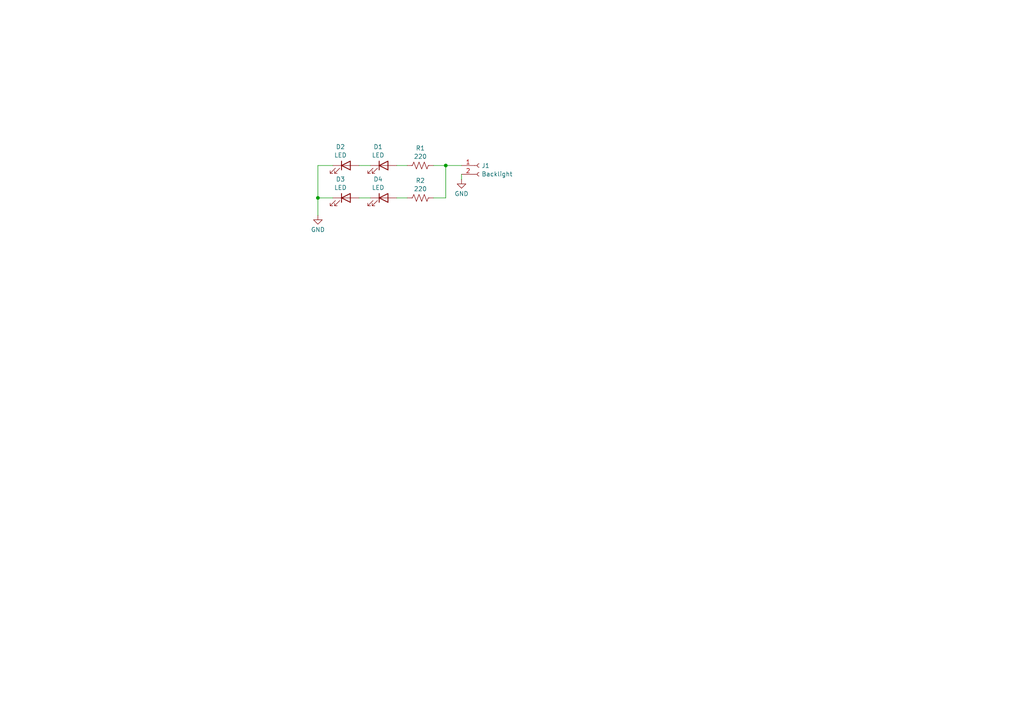
<source format=kicad_sch>
(kicad_sch (version 20231120) (generator "eeschema") (generator_version "8.0")
  (paper "A4")
  (lib_symbols
    (symbol "Connector:Conn_01x02_Socket" (pin_names (offset 1.016) hide)
      (property "Reference" "J" (at 0 2.54 0))
      (property "Value" "Conn_01x02_Socket" (at 0 -5.08 0))
      (symbol "Conn_01x02_Socket_1_1"
        (arc (start 0 -2.032) (mid -0.5058 -2.54) (end 0 -3.048) (stroke (width 0.1524)))
        (polyline (pts (xy -1.27 -2.54) (xy -0.508 -2.54)) (stroke (width 0.1524)))
        (polyline (pts (xy -1.27 0) (xy -0.508 0)) (stroke (width 0.1524)))
        (arc (start 0 0.508) (mid -0.5058 0) (end 0 -0.508) (stroke (width 0.1524)))
        (pin passive line (at -5.08 0 0) (length 3.81) (name "Pin_1") (number "1"))
        (pin passive line (at -5.08 -2.54 0) (length 3.81) (name "Pin_2") (number "2"))
      )
    )
    (symbol "Device:LED" (pin_numbers hide) (pin_names (offset 1.016) hide)
      (property "Reference" "D" (at 0 2.54 0))
      (property "Value" "LED" (at 0 -2.54 0))
      (symbol "LED_0_1"
        (polyline (pts (xy -1.27 -1.27) (xy -1.27 1.27)) (stroke (width 0.254)))
        (polyline (pts (xy -1.27 0) (xy 1.27 0)))
        (polyline (pts (xy 1.27 -1.27) (xy 1.27 1.27) (xy -1.27 0) (xy 1.27 -1.27)) (stroke (width 0.254)))
        (polyline (pts (xy -3.048 -0.762) (xy -4.572 -2.286) (xy -3.81 -2.286) (xy -4.572 -2.286) (xy -4.572 -1.524)))
        (polyline (pts (xy -1.778 -0.762) (xy -3.302 -2.286) (xy -2.54 -2.286) (xy -3.302 -2.286) (xy -3.302 -1.524)))
      )
      (symbol "LED_1_1"
        (pin passive line (at -3.81 0 0) (length 2.54) (name "K") (number "1"))
        (pin passive line (at 3.81 0 180) (length 2.54) (name "A") (number "2"))
      )
    )
    (symbol "Device:R_US" (pin_numbers hide) (pin_names (offset 0))
      (property "Reference" "R" (at 2.54 0 90))
      (property "Value" "R_US" (at -2.54 0 90))
      (symbol "R_US_0_1"
        (polyline (pts (xy 0 -2.286) (xy 0 -2.54)))
        (polyline (pts (xy 0 2.286) (xy 0 2.54)))
        (polyline (pts (xy 0 -0.762) (xy 1.016 -1.143) (xy 0 -1.524) (xy -1.016 -1.905) (xy 0 -2.286)))
        (polyline (pts (xy 0 0.762) (xy 1.016 0.381) (xy 0 0) (xy -1.016 -0.381) (xy 0 -0.762)))
        (polyline (pts (xy 0 2.286) (xy 1.016 1.905) (xy 0 1.524) (xy -1.016 1.143) (xy 0 0.762)))
      )
      (symbol "R_US_1_1"
        (pin passive line (at 0 3.81 270) (length 1.27) (name "~") (number "1"))
        (pin passive line (at 0 -3.81 90) (length 1.27) (name "~") (number "2"))
      )
    )
    (symbol "power:GND" (power) (pin_numbers hide) (pin_names (offset 0) hide)
      (property "Value" "GND" (at 0 -3.81 0))
      (symbol "GND_0_1"
        (polyline (pts (xy 0 0) (xy 0 -1.27) (xy 1.27 -1.27) (xy 0 -2.54) (xy -1.27 -1.27) (xy 0 -1.27)))
      )
      (symbol "GND_1_1"
        (pin power_in line (at 0 0 270) (length 0) (name "~") (number "1"))
      )
    )
  )
  (junction (at 129.286 48.006))
  (junction (at 92.202 57.404))
  (wire (pts (xy 115.062 57.404) (xy 118.11 57.404)))
  (wire (pts (xy 115.062 48.006) (xy 118.11 48.006)))
  (wire (pts (xy 104.14 57.404) (xy 107.442 57.404)))
  (wire (pts (xy 92.202 57.404) (xy 96.52 57.404)))
  (wire (pts (xy 125.73 48.006) (xy 129.286 48.006)))
  (wire (pts (xy 129.286 48.006) (xy 133.858 48.006)))
  (wire (pts (xy 92.202 48.006) (xy 92.202 57.404)))
  (wire (pts (xy 129.286 57.404) (xy 125.73 57.404)))
  (wire (pts (xy 92.202 57.404) (xy 92.202 62.484)))
  (wire (pts (xy 133.858 50.546) (xy 133.858 52.07)))
  (wire (pts (xy 129.286 48.006) (xy 129.286 57.404)))
  (wire (pts (xy 96.52 48.006) (xy 92.202 48.006)))
  (wire (pts (xy 104.14 48.006) (xy 107.442 48.006)))
  (symbol (lib_id "Device:R_US") (at 121.92 48.006 90) (unit 1)
    (property "Reference" "R1" (at 121.92 42.9725 90))
    (property "Value" "220" (at 121.92 45.3968 90))
    (property "Footprint" "Resistor_THT:R_Axial_DIN0204_L3.6mm_D1.6mm_P5.08mm_Vertical" (effects (hide yes)))
    (property "Description" "Resistor, US symbol" (effects (hide yes)))
  )
  (symbol (lib_id "Connector:Conn_01x02_Socket") (at 138.938 48.006 0) (unit 1)
    (property "Reference" "J1" (at 139.6492 48.0638 0) (effects (justify left)))
    (property "Value" "Backlight" (at 139.6492 50.4881 0) (effects (justify left)))
    (property "Footprint" "Connector_JST:JST_XH_B2B-XH-A_1x02_P2.50mm_Vertical" (effects (hide yes)))
    (property "Description" "Generic connector, single row, 01x02, script generated" (effects (hide yes)))
  )
  (symbol (lib_id "Device:LED") (at 100.33 57.404 0) (unit 1)
    (property "Reference" "D3" (at 98.7425 51.9895 0))
    (property "Value" "LED" (at 98.7425 54.4138 0))
    (property "Footprint" "LED_THT:LED_D3.0mm_FlatTop" (effects (hide yes)))
    (property "Description" "Light emitting diode" (effects (hide yes)))
  )
  (symbol (lib_id "Device:LED") (at 100.33 48.006 0) (unit 1)
    (property "Reference" "D2" (at 98.7425 42.5915 0))
    (property "Value" "LED" (at 98.7425 45.0158 0))
    (property "Footprint" "LED_THT:LED_D3.0mm_FlatTop" (effects (hide yes)))
    (property "Description" "Light emitting diode" (effects (hide yes)))
  )
  (symbol (lib_id "power:GND") (at 133.858 52.07 0) (unit 1)
    (property "Reference" "#PWR02" (effects (hide yes)))
    (property "Value" "GND" (at 133.858 56.2031 0))
    (property "Description" "Power symbol creates a global label with name \"GND\" , ground" (effects (hide yes)))
  )
  (symbol (lib_id "power:GND") (at 92.202 62.484 0) (unit 1)
    (property "Reference" "#PWR01" (effects (hide yes)))
    (property "Value" "GND" (at 92.202 66.6171 0))
    (property "Description" "Power symbol creates a global label with name \"GND\" , ground" (effects (hide yes)))
  )
  (symbol (lib_id "Device:R_US") (at 121.92 57.404 90) (unit 1)
    (property "Reference" "R2" (at 121.92 52.3705 90))
    (property "Value" "220" (at 121.92 54.7948 90))
    (property "Footprint" "Resistor_THT:R_Axial_DIN0204_L3.6mm_D1.6mm_P5.08mm_Vertical" (effects (hide yes)))
    (property "Description" "Resistor, US symbol" (effects (hide yes)))
  )
  (symbol (lib_id "Device:LED") (at 111.252 48.006 0) (unit 1)
    (property "Reference" "D1" (at 109.6645 42.5915 0))
    (property "Value" "LED" (at 109.6645 45.0158 0))
    (property "Footprint" "LED_THT:LED_D3.0mm_FlatTop" (effects (hide yes)))
    (property "Description" "Light emitting diode" (effects (hide yes)))
  )
  (symbol (lib_id "Device:LED") (at 111.252 57.404 0) (unit 1)
    (property "Reference" "D4" (at 109.6645 51.9895 0))
    (property "Value" "LED" (at 109.6645 54.4138 0))
    (property "Footprint" "LED_THT:LED_D3.0mm_FlatTop" (effects (hide yes)))
    (property "Description" "Light emitting diode" (effects (hide yes)))
  )
)
</source>
